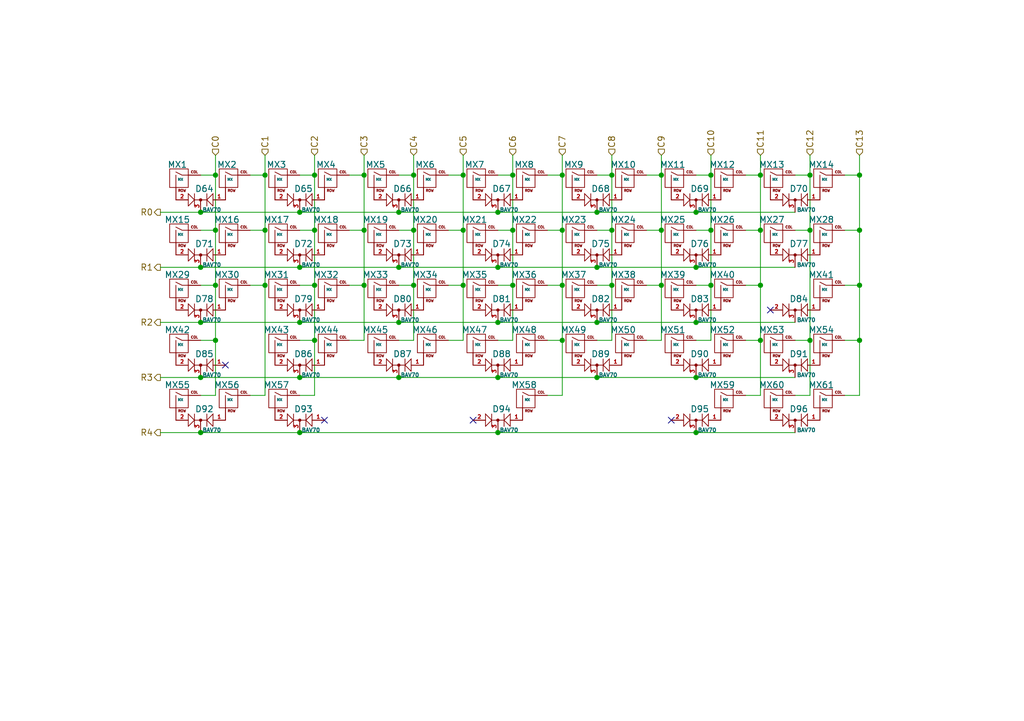
<source format=kicad_sch>
(kicad_sch (version 20211123) (generator eeschema)
  (paper "A5")
  (title_block (title "Switch Matrix") (date "2021-09-10") (rev "1.0") (company "0xCB") (comment 1 "Conor Burns"))
  (lib_symbols
    (symbol "0xCB:BAV70" (pin_names (offset 0.762) hide)
      (property "Reference" "D" (at 0.635 -2.54 0))
      (property "Value" "BAV70" (at 0 2.54 0))
      (symbol "BAV70_0_1"
        (polyline (pts (xy -1.27 1.27) (xy -1.27 -1.27)))
        (polyline (pts (xy 1.27 0) (xy -1.27 0)))
        (polyline (pts (xy 1.27 1.27) (xy 1.27 -1.27)))
        (polyline (pts (xy -2.54 1.27) (xy -2.54 -1.27) (xy -1.27 0) (xy -2.54 1.27)))
        (polyline (pts (xy 2.54 1.27) (xy 2.54 -1.27) (xy 1.27 0) (xy 2.54 1.27)))
        (circle (center 0 0) (radius 0.254) (fill (type outline)))
      )
      (symbol "BAV70_1_1"
        (pin input line (at -5.08 0 0) (length 2.54) (name "A1") (number "1"))
        (pin input line (at 5.08 0 180) (length 2.54) (name "A2") (number "2"))
        (pin passive line (at 0 -2.54 90) (length 2.54) (name "K") (number "3"))
      )
    )
    (symbol "0xCB:MX" (pin_names (offset 1.016))
      (property "Reference" "MX" (at -0.635 1.905 0))
      (property "Value" "MX" (at 0.635 0.635 0))
      (symbol "MX_1_0"
        (text "COL" (at 2.54 0.635 0) (effects (font (size 0.508 0.508))))
      )
      (symbol "MX_1_1"
        (polyline (pts (xy -1.27 -2.54) (xy -1.27 0)))
        (polyline (pts (xy 1.27 0) (xy 0 0) (xy -1.27 0.635)))
        (polyline (pts (xy -2.54 1.27) (xy 1.27 1.27) (xy 1.27 -2.54) (xy -2.54 -2.54) (xy -2.54 1.27)))
        (text "ROW" (at 0 -3.175 0) (effects (font (size 0.508 0.508))))
        (pin passive line (at 3.81 0 180) (length 2.54) (name "COL") (number "1"))
        (pin passive line (at -1.27 -5.08 90) (length 2.54) (name "ROW") (number "2"))
      )
    )
  )
  (junction (at 64.516 47.244))
  (junction (at 102.108 43.561))
  (junction (at 166.116 35.941))
  (junction (at 61.468 77.47))
  (junction (at 61.468 43.561))
  (junction (at 81.788 54.864))
  (junction (at 44.196 58.547))
  (junction (at 61.468 66.167))
  (junction (at 155.956 69.85))
  (junction (at 94.996 35.941))
  (junction (at 81.788 77.47))
  (junction (at 41.148 77.47))
  (junction (at 142.748 88.773))
  (junction (at 102.108 77.47))
  (junction (at 105.156 58.547))
  (junction (at 115.316 69.85))
  (junction (at 125.476 47.244))
  (junction (at 84.836 47.244))
  (junction (at 41.148 43.561))
  (junction (at 81.788 43.561))
  (junction (at 61.468 88.773))
  (junction (at 44.196 35.941))
  (junction (at 41.148 88.773))
  (junction (at 115.316 58.547))
  (junction (at 122.428 77.47))
  (junction (at 61.468 54.864))
  (junction (at 54.356 35.941))
  (junction (at 41.148 66.167))
  (junction (at 125.476 58.547))
  (junction (at 64.516 35.941))
  (junction (at 122.428 66.167))
  (junction (at 84.836 35.941))
  (junction (at 54.356 58.547))
  (junction (at 142.748 54.864))
  (junction (at 155.956 35.941))
  (junction (at 44.196 69.85))
  (junction (at 122.428 43.561))
  (junction (at 176.276 47.244))
  (junction (at 74.676 47.244))
  (junction (at 135.636 47.244))
  (junction (at 105.156 47.244))
  (junction (at 125.476 35.941))
  (junction (at 145.796 47.244))
  (junction (at 135.636 35.941))
  (junction (at 81.788 66.167))
  (junction (at 145.796 35.941))
  (junction (at 142.748 77.47))
  (junction (at 142.748 66.167))
  (junction (at 64.516 69.85))
  (junction (at 102.108 54.864))
  (junction (at 102.108 66.167))
  (junction (at 94.996 47.244))
  (junction (at 84.836 58.547))
  (junction (at 102.108 88.773))
  (junction (at 176.276 58.547))
  (junction (at 122.428 54.864))
  (junction (at 74.676 35.941))
  (junction (at 176.276 69.85))
  (junction (at 54.356 47.244))
  (junction (at 44.196 47.244))
  (junction (at 94.996 58.547))
  (junction (at 135.636 58.547))
  (junction (at 64.516 58.547))
  (junction (at 145.796 58.547))
  (junction (at 115.316 47.244))
  (junction (at 105.156 35.941))
  (junction (at 155.956 58.547))
  (junction (at 142.748 43.561))
  (junction (at 176.276 35.941))
  (junction (at 115.316 35.941))
  (junction (at 166.116 69.85))
  (junction (at 155.956 47.244))
  (junction (at 74.676 58.547))
  (junction (at 166.116 47.244))
  (junction (at 41.148 54.864))
  (no_connect (at 97.028 86.233))
  (no_connect (at 46.228 74.93))
  (no_connect (at 66.548 86.233))
  (no_connect (at 137.668 86.233))
  (no_connect (at 157.988 63.627))
  (wire (pts (xy 115.316 58.547) (xy 115.316 47.244)))
  (wire (pts (xy 176.276 58.547) (xy 173.228 58.547)))
  (wire (pts (xy 94.996 58.547) (xy 94.996 47.244)))
  (wire (pts (xy 132.588 47.244) (xy 135.636 47.244)))
  (wire (pts (xy 152.908 69.85) (xy 155.956 69.85)))
  (wire (pts (xy 105.156 31.877) (xy 105.156 35.941)))
  (wire (pts (xy 74.676 47.244) (xy 74.676 35.941)))
  (wire (pts (xy 64.516 58.547) (xy 64.516 47.244)))
  (wire (pts (xy 152.908 47.244) (xy 155.956 47.244)))
  (wire (pts (xy 81.788 47.244) (xy 84.836 47.244)))
  (wire (pts (xy 74.676 31.877) (xy 74.676 35.941)))
  (wire (pts (xy 81.788 69.85) (xy 84.836 69.85)))
  (wire (pts (xy 81.788 77.47) (xy 61.468 77.47)))
  (wire (pts (xy 94.996 31.877) (xy 94.996 35.941)))
  (wire (pts (xy 61.468 66.167) (xy 81.788 66.167)))
  (wire (pts (xy 94.996 47.244) (xy 94.996 35.941)))
  (wire (pts (xy 122.428 77.47) (xy 102.108 77.47)))
  (wire (pts (xy 74.676 69.85) (xy 74.676 58.547)))
  (wire (pts (xy 54.356 58.547) (xy 54.356 81.153)))
  (wire (pts (xy 105.156 47.244) (xy 105.156 35.941)))
  (wire (pts (xy 51.308 47.244) (xy 54.356 47.244)))
  (wire (pts (xy 105.156 35.941) (xy 102.108 35.941)))
  (wire (pts (xy 145.796 58.547) (xy 142.748 58.547)))
  (wire (pts (xy 44.196 81.153) (xy 41.148 81.153)))
  (wire (pts (xy 102.108 77.47) (xy 81.788 77.47)))
  (wire (pts (xy 64.516 35.941) (xy 61.468 35.941)))
  (wire (pts (xy 176.276 81.153) (xy 173.228 81.153)))
  (wire (pts (xy 132.588 69.85) (xy 135.636 69.85)))
  (wire (pts (xy 74.676 58.547) (xy 74.676 47.244)))
  (wire (pts (xy 64.516 69.85) (xy 64.516 58.547)))
  (wire (pts (xy 125.476 58.547) (xy 122.428 58.547)))
  (wire (pts (xy 145.796 35.941) (xy 142.748 35.941)))
  (wire (pts (xy 176.276 31.877) (xy 176.276 35.941)))
  (wire (pts (xy 44.196 81.153) (xy 44.196 69.85)))
  (wire (pts (xy 145.796 31.877) (xy 145.796 35.941)))
  (wire (pts (xy 125.476 35.941) (xy 122.428 35.941)))
  (wire (pts (xy 176.276 35.941) (xy 173.228 35.941)))
  (wire (pts (xy 166.116 47.244) (xy 166.116 35.941)))
  (wire (pts (xy 173.228 69.85) (xy 176.276 69.85)))
  (wire (pts (xy 32.893 43.561) (xy 41.148 43.561)))
  (wire (pts (xy 41.148 43.561) (xy 61.468 43.561)))
  (wire (pts (xy 61.468 43.561) (xy 81.788 43.561)))
  (wire (pts (xy 81.788 43.561) (xy 102.108 43.561)))
  (wire (pts (xy 102.108 43.561) (xy 122.428 43.561)))
  (wire (pts (xy 122.428 43.561) (xy 142.748 43.561)))
  (wire (pts (xy 142.748 43.561) (xy 163.068 43.561)))
  (wire (pts (xy 41.148 47.244) (xy 44.196 47.244)))
  (wire (pts (xy 44.196 35.941) (xy 41.148 35.941)))
  (wire (pts (xy 44.196 47.244) (xy 44.196 35.941)))
  (wire (pts (xy 54.356 31.877) (xy 54.356 35.941)))
  (wire (pts (xy 64.516 58.547) (xy 61.468 58.547)))
  (wire (pts (xy 41.148 69.85) (xy 44.196 69.85)))
  (wire (pts (xy 155.956 69.85) (xy 155.956 58.547)))
  (wire (pts (xy 71.628 47.244) (xy 74.676 47.244)))
  (wire (pts (xy 145.796 58.547) (xy 145.796 47.244)))
  (wire (pts (xy 155.956 58.547) (xy 155.956 47.244)))
  (wire (pts (xy 105.156 58.547) (xy 102.108 58.547)))
  (wire (pts (xy 54.356 35.941) (xy 51.308 35.941)))
  (wire (pts (xy 54.356 47.244) (xy 54.356 35.941)))
  (wire (pts (xy 166.116 47.244) (xy 166.116 69.85)))
  (wire (pts (xy 176.276 69.85) (xy 176.276 58.547)))
  (wire (pts (xy 115.316 81.153) (xy 115.316 69.85)))
  (wire (pts (xy 176.276 81.153) (xy 176.276 69.85)))
  (wire (pts (xy 135.636 35.941) (xy 132.588 35.941)))
  (wire (pts (xy 155.956 81.153) (xy 155.956 69.85)))
  (wire (pts (xy 125.476 58.547) (xy 125.476 47.244)))
  (wire (pts (xy 142.748 77.47) (xy 122.428 77.47)))
  (wire (pts (xy 135.636 31.877) (xy 135.636 35.941)))
  (wire (pts (xy 155.956 35.941) (xy 152.908 35.941)))
  (wire (pts (xy 84.836 35.941) (xy 81.788 35.941)))
  (wire (pts (xy 163.068 69.85) (xy 166.116 69.85)))
  (wire (pts (xy 145.796 69.85) (xy 145.796 58.547)))
  (wire (pts (xy 115.316 69.85) (xy 115.316 58.547)))
  (wire (pts (xy 166.116 81.153) (xy 163.068 81.153)))
  (wire (pts (xy 44.196 69.85) (xy 44.196 58.547)))
  (wire (pts (xy 105.156 69.85) (xy 105.156 58.547)))
  (wire (pts (xy 84.836 31.877) (xy 84.836 35.941)))
  (wire (pts (xy 155.956 31.877) (xy 155.956 35.941)))
  (wire (pts (xy 61.468 69.85) (xy 64.516 69.85)))
  (wire (pts (xy 115.316 81.153) (xy 112.268 81.153)))
  (wire (pts (xy 176.276 58.547) (xy 176.276 47.244)))
  (wire (pts (xy 142.748 66.167) (xy 163.068 66.167)))
  (wire (pts (xy 112.268 47.244) (xy 115.316 47.244)))
  (wire (pts (xy 44.196 58.547) (xy 41.148 58.547)))
  (wire (pts (xy 84.836 58.547) (xy 84.836 47.244)))
  (wire (pts (xy 173.228 47.244) (xy 176.276 47.244)))
  (wire (pts (xy 166.116 35.941) (xy 163.068 35.941)))
  (wire (pts (xy 115.316 58.547) (xy 112.268 58.547)))
  (wire (pts (xy 125.476 69.85) (xy 125.476 58.547)))
  (wire (pts (xy 54.356 81.153) (xy 51.308 81.153)))
  (wire (pts (xy 155.956 81.153) (xy 152.908 81.153)))
  (wire (pts (xy 155.956 47.244) (xy 155.956 35.941)))
  (wire (pts (xy 54.356 58.547) (xy 51.308 58.547)))
  (wire (pts (xy 115.316 35.941) (xy 112.268 35.941)))
  (wire (pts (xy 32.893 66.167) (xy 41.148 66.167)))
  (wire (pts (xy 115.316 31.877) (xy 115.316 35.941)))
  (wire (pts (xy 41.148 88.773) (xy 61.468 88.773)))
  (wire (pts (xy 61.468 88.773) (xy 102.108 88.773)))
  (wire (pts (xy 102.108 88.773) (xy 142.748 88.773)))
  (wire (pts (xy 142.748 88.773) (xy 163.068 88.773)))
  (wire (pts (xy 94.996 69.85) (xy 94.996 58.547)))
  (wire (pts (xy 84.836 69.85) (xy 84.836 58.547)))
  (wire (pts (xy 64.516 47.244) (xy 64.516 35.941)))
  (wire (pts (xy 102.108 69.85) (xy 105.156 69.85)))
  (wire (pts (xy 64.516 81.153) (xy 64.516 69.85)))
  (wire (pts (xy 74.676 58.547) (xy 71.628 58.547)))
  (wire (pts (xy 54.356 58.547) (xy 54.356 47.244)))
  (wire (pts (xy 122.428 47.244) (xy 125.476 47.244)))
  (wire (pts (xy 135.636 58.547) (xy 132.588 58.547)))
  (wire (pts (xy 61.468 47.244) (xy 64.516 47.244)))
  (wire (pts (xy 74.676 35.941) (xy 71.628 35.941)))
  (wire (pts (xy 81.788 66.167) (xy 102.108 66.167)))
  (wire (pts (xy 32.893 88.773) (xy 41.148 88.773)))
  (wire (pts (xy 176.276 47.244) (xy 176.276 35.941)))
  (wire (pts (xy 41.148 66.167) (xy 61.468 66.167)))
  (wire (pts (xy 41.148 54.864) (xy 32.893 54.864)))
  (wire (pts (xy 61.468 54.864) (xy 41.148 54.864)))
  (wire (pts (xy 81.788 54.864) (xy 61.468 54.864)))
  (wire (pts (xy 102.108 54.864) (xy 81.788 54.864)))
  (wire (pts (xy 122.428 54.864) (xy 102.108 54.864)))
  (wire (pts (xy 142.748 54.864) (xy 122.428 54.864)))
  (wire (pts (xy 163.068 54.864) (xy 142.748 54.864)))
  (wire (pts (xy 166.116 31.877) (xy 166.116 35.941)))
  (wire (pts (xy 64.516 31.877) (xy 64.516 35.941)))
  (wire (pts (xy 41.148 77.47) (xy 32.893 77.47)))
  (wire (pts (xy 112.268 69.85) (xy 115.316 69.85)))
  (wire (pts (xy 125.476 47.244) (xy 125.476 35.941)))
  (wire (pts (xy 102.108 66.167) (xy 122.428 66.167)))
  (wire (pts (xy 122.428 66.167) (xy 142.748 66.167)))
  (wire (pts (xy 91.948 69.85) (xy 94.996 69.85)))
  (wire (pts (xy 125.476 31.877) (xy 125.476 35.941)))
  (wire (pts (xy 84.836 47.244) (xy 84.836 35.941)))
  (wire (pts (xy 64.516 81.153) (xy 61.468 81.153)))
  (wire (pts (xy 142.748 69.85) (xy 145.796 69.85)))
  (wire (pts (xy 135.636 47.244) (xy 135.636 35.941)))
  (wire (pts (xy 135.636 58.547) (xy 135.636 47.244)))
  (wire (pts (xy 122.428 69.85) (xy 125.476 69.85)))
  (wire (pts (xy 166.116 81.153) (xy 166.116 69.85)))
  (wire (pts (xy 135.636 69.85) (xy 135.636 58.547)))
  (wire (pts (xy 44.196 31.877) (xy 44.196 35.941)))
  (wire (pts (xy 71.628 69.85) (xy 74.676 69.85)))
  (wire (pts (xy 102.108 47.244) (xy 105.156 47.244)))
  (wire (pts (xy 44.196 58.547) (xy 44.196 47.244)))
  (wire (pts (xy 105.156 58.547) (xy 105.156 47.244)))
  (wire (pts (xy 91.948 47.244) (xy 94.996 47.244)))
  (wire (pts (xy 94.996 58.547) (xy 91.948 58.547)))
  (wire (pts (xy 84.836 58.547) (xy 81.788 58.547)))
  (wire (pts (xy 155.956 58.547) (xy 152.908 58.547)))
  (wire (pts (xy 163.068 77.47) (xy 142.748 77.47)))
  (wire (pts (xy 115.316 47.244) (xy 115.316 35.941)))
  (wire (pts (xy 61.468 77.47) (xy 41.148 77.47)))
  (wire (pts (xy 163.068 47.244) (xy 166.116 47.244)))
  (wire (pts (xy 142.748 47.244) (xy 145.796 47.244)))
  (wire (pts (xy 94.996 35.941) (xy 91.948 35.941)))
  (wire (pts (xy 145.796 47.244) (xy 145.796 35.941)))
  (hierarchical_label "C11" (shape input) (at 155.956 31.877 90))
  (hierarchical_label "C5" (shape input) (at 94.996 31.877 90))
  (hierarchical_label "R4" (shape output) (at 32.893 88.773 180))
  (hierarchical_label "C13" (shape input) (at 176.276 31.877 90))
  (hierarchical_label "C8" (shape input) (at 125.476 31.877 90))
  (hierarchical_label "C10" (shape input) (at 145.796 31.877 90))
  (hierarchical_label "R1" (shape output) (at 32.893 54.864 180))
  (hierarchical_label "C0" (shape input) (at 44.196 31.877 90))
  (hierarchical_label "C12" (shape input) (at 166.116 31.877 90))
  (hierarchical_label "R0" (shape output) (at 32.893 43.561 180))
  (hierarchical_label "R2" (shape output) (at 32.893 66.167 180))
  (hierarchical_label "C1" (shape input) (at 54.356 31.877 90))
  (hierarchical_label "C7" (shape input) (at 115.316 31.877 90))
  (hierarchical_label "R3" (shape output) (at 32.893 77.47 180))
  (hierarchical_label "C4" (shape input) (at 84.836 31.877 90))
  (hierarchical_label "C3" (shape input) (at 74.676 31.877 90))
  (hierarchical_label "C6" (shape input) (at 105.156 31.877 90))
  (hierarchical_label "C2" (shape input) (at 64.516 31.877 90))
  (hierarchical_label "C9" (shape input) (at 135.636 31.877 90))
  (symbol (lib_id "0xCB:BAV70") (at 163.068 41.021 0) (mirror y) (unit 1)
    (property "Reference" "D70" (at 163.83 38.735 0))
    (property "Value" "BAV70" (at 165.354 43.053 0) (effects (font (size 0.8 0.8))))
    (property "Footprint" "Package_TO_SOT_SMD:SOT-23" (effects hide))
    (property "Datasheet" "https://assets.nexperia.com/documents/data-sheet/BAV70_SER.pdf" (effects hide))
  )
  (symbol (lib_id "0xCB:BAV70") (at 81.788 74.93 0) (mirror y) (unit 1)
    (property "Reference" "D87" (at 82.55 72.644 0))
    (property "Value" "BAV70" (at 84.074 76.962 0) (effects (font (size 0.8 0.8))))
    (property "Footprint" "Package_TO_SOT_SMD:SOT-23" (effects hide))
    (property "Datasheet" "https://assets.nexperia.com/documents/data-sheet/BAV70_SER.pdf" (effects hide))
  )
  (symbol (lib_id "0xCB:MX") (at 37.338 47.244 0) (unit 1)
    (property "Reference" "MX15" (at 36.3855 45.085 0))
    (property "Value" "MX" (at 37.0205 48.133 0) (effects (font (size 0.508 0.508))))
    (property "Footprint" "0xCB:SW_Hotswap_Kailh_1.50u" (effects hide))
  )
  (symbol (lib_id "0xCB:MX") (at 37.338 69.85 0) (unit 1)
    (property "Reference" "MX42" (at 36.3855 67.691 0))
    (property "Value" "MX" (at 37.0205 70.739 0) (effects (font (size 0.508 0.508))))
    (property "Footprint" "0xCB:SW_Hotswap_Kailh_2.25u" (effects hide))
  )
  (symbol (lib_id "0xCB:BAV70") (at 41.148 74.93 0) (mirror y) (unit 1)
    (property "Reference" "D85" (at 41.91 72.644 0))
    (property "Value" "BAV70" (at 43.434 76.962 0) (effects (font (size 0.8 0.8))))
    (property "Footprint" "Package_TO_SOT_SMD:SOT-23" (effects hide))
    (property "Datasheet" "https://assets.nexperia.com/documents/data-sheet/BAV70_SER.pdf" (effects hide))
  )
  (symbol (lib_id "0xCB:BAV70") (at 102.108 63.627 0) (mirror y) (unit 1)
    (property "Reference" "D81" (at 102.87 61.341 0))
    (property "Value" "BAV70" (at 104.394 65.659 0) (effects (font (size 0.8 0.8))))
    (property "Footprint" "Package_TO_SOT_SMD:SOT-23" (effects hide))
    (property "Datasheet" "https://assets.nexperia.com/documents/data-sheet/BAV70_SER.pdf" (effects hide))
  )
  (symbol (lib_id "0xCB:BAV70") (at 163.068 74.93 0) (mirror y) (unit 1)
    (property "Reference" "D91" (at 163.83 72.644 0))
    (property "Value" "BAV70" (at 165.354 76.962 0) (effects (font (size 0.8 0.8))))
    (property "Footprint" "Package_TO_SOT_SMD:SOT-23" (effects hide))
    (property "Datasheet" "https://assets.nexperia.com/documents/data-sheet/BAV70_SER.pdf" (effects hide))
  )
  (symbol (lib_id "0xCB:MX") (at 57.658 69.85 0) (unit 1)
    (property "Reference" "MX43" (at 56.7055 67.691 0))
    (property "Value" "MX" (at 57.3405 70.739 0) (effects (font (size 0.508 0.508))))
    (property "Footprint" "0xCB:SW_Hotswap_Kailh_1.00u" (effects hide))
  )
  (symbol (lib_id "0xCB:MX") (at 138.938 58.547 0) (unit 1)
    (property "Reference" "MX39" (at 137.9855 56.388 0))
    (property "Value" "MX" (at 138.6205 59.436 0) (effects (font (size 0.508 0.508))))
    (property "Footprint" "0xCB:SW_Hotswap_Kailh_1.00u" (effects hide))
  )
  (symbol (lib_id "0xCB:MX") (at 169.418 69.85 0) (unit 1)
    (property "Reference" "MX54" (at 168.4655 67.691 0))
    (property "Value" "MX" (at 169.1005 70.739 0) (effects (font (size 0.508 0.508))))
    (property "Footprint" "0xCB:SW_Hotswap_Kailh_1.00u" (effects hide))
  )
  (symbol (lib_id "0xCB:MX") (at 57.658 81.153 0) (unit 1)
    (property "Reference" "MX57" (at 56.7055 78.994 0))
    (property "Value" "MX" (at 57.3405 82.042 0) (effects (font (size 0.508 0.508))))
    (property "Footprint" "0xCB:SW_Hotswap_Kailh_1.50u" (effects hide))
  )
  (symbol (lib_id "0xCB:MX") (at 47.498 81.153 0) (unit 1)
    (property "Reference" "MX56" (at 46.5455 78.994 0))
    (property "Value" "MX" (at 47.1805 82.042 0) (effects (font (size 0.508 0.508))))
    (property "Footprint" "0xCB:SW_Hotswap_Kailh_1.00u" (effects hide))
  )
  (symbol (lib_id "0xCB:MX") (at 128.778 58.547 0) (unit 1)
    (property "Reference" "MX38" (at 127.8255 56.388 0))
    (property "Value" "MX" (at 128.4605 59.436 0) (effects (font (size 0.508 0.508))))
    (property "Footprint" "0xCB:SW_Hotswap_Kailh_1.00u" (effects hide))
  )
  (symbol (lib_id "0xCB:MX") (at 67.818 69.85 0) (unit 1)
    (property "Reference" "MX44" (at 66.8655 67.691 0))
    (property "Value" "MX" (at 67.5005 70.739 0) (effects (font (size 0.508 0.508))))
    (property "Footprint" "0xCB:SW_Hotswap_Kailh_1.00u" (effects hide))
  )
  (symbol (lib_id "0xCB:MX") (at 108.458 35.941 0) (unit 1)
    (property "Reference" "MX8" (at 107.5055 33.782 0))
    (property "Value" "MX" (at 108.1405 36.83 0) (effects (font (size 0.508 0.508))))
    (property "Footprint" "0xCB:SW_Hotswap_Kailh_1.00u" (effects hide))
  )
  (symbol (lib_id "0xCB:BAV70") (at 61.468 86.233 0) (mirror y) (unit 1)
    (property "Reference" "D93" (at 62.23 83.947 0))
    (property "Value" "BAV70" (at 63.754 88.265 0) (effects (font (size 0.8 0.8))))
    (property "Footprint" "Package_TO_SOT_SMD:SOT-23" (effects hide))
    (property "Datasheet" "https://assets.nexperia.com/documents/data-sheet/BAV70_SER.pdf" (effects hide))
  )
  (symbol (lib_id "0xCB:MX") (at 57.658 35.941 0) (unit 1)
    (property "Reference" "MX3" (at 56.7055 33.782 0))
    (property "Value" "MX" (at 57.3405 36.83 0) (effects (font (size 0.508 0.508))))
    (property "Footprint" "0xCB:SW_Hotswap_Kailh_1.00u" (effects hide))
  )
  (symbol (lib_id "0xCB:BAV70") (at 41.148 52.324 0) (mirror y) (unit 1)
    (property "Reference" "D71" (at 41.91 50.038 0))
    (property "Value" "BAV70" (at 43.434 54.356 0) (effects (font (size 0.8 0.8))))
    (property "Footprint" "Package_TO_SOT_SMD:SOT-23" (effects hide))
    (property "Datasheet" "https://assets.nexperia.com/documents/data-sheet/BAV70_SER.pdf" (effects hide))
  )
  (symbol (lib_id "0xCB:MX") (at 67.818 58.547 0) (unit 1)
    (property "Reference" "MX32" (at 66.8655 56.388 0))
    (property "Value" "MX" (at 67.5005 59.436 0) (effects (font (size 0.508 0.508))))
    (property "Footprint" "0xCB:SW_Hotswap_Kailh_1.00u" (effects hide))
  )
  (symbol (lib_id "0xCB:MX") (at 98.298 35.941 0) (unit 1)
    (property "Reference" "MX7" (at 97.3455 33.782 0))
    (property "Value" "MX" (at 97.9805 36.83 0) (effects (font (size 0.508 0.508))))
    (property "Footprint" "0xCB:SW_Hotswap_Kailh_1.00u" (effects hide))
  )
  (symbol (lib_id "0xCB:BAV70") (at 163.068 86.233 0) (mirror y) (unit 1)
    (property "Reference" "D96" (at 163.83 83.947 0))
    (property "Value" "BAV70" (at 165.354 88.265 0) (effects (font (size 0.8 0.8))))
    (property "Footprint" "Package_TO_SOT_SMD:SOT-23" (effects hide))
    (property "Datasheet" "https://assets.nexperia.com/documents/data-sheet/BAV70_SER.pdf" (effects hide))
  )
  (symbol (lib_id "0xCB:MX") (at 128.778 69.85 0) (unit 1)
    (property "Reference" "MX50" (at 127.8255 67.691 0))
    (property "Value" "MX" (at 128.4605 70.739 0) (effects (font (size 0.508 0.508))))
    (property "Footprint" "0xCB:SW_Hotswap_Kailh_1.00u" (effects hide))
  )
  (symbol (lib_id "0xCB:BAV70") (at 163.068 63.627 0) (mirror y) (unit 1)
    (property "Reference" "D84" (at 163.83 61.341 0))
    (property "Value" "BAV70" (at 165.354 65.659 0) (effects (font (size 0.8 0.8))))
    (property "Footprint" "Package_TO_SOT_SMD:SOT-23" (effects hide))
    (property "Datasheet" "https://assets.nexperia.com/documents/data-sheet/BAV70_SER.pdf" (effects hide))
  )
  (symbol (lib_id "0xCB:MX") (at 77.978 47.244 0) (unit 1)
    (property "Reference" "MX19" (at 77.0255 45.085 0))
    (property "Value" "MX" (at 77.6605 48.133 0) (effects (font (size 0.508 0.508))))
    (property "Footprint" "0xCB:SW_Hotswap_Kailh_1.00u" (effects hide))
  )
  (symbol (lib_id "0xCB:BAV70") (at 142.748 63.627 0) (mirror y) (unit 1)
    (property "Reference" "D83" (at 143.51 61.341 0))
    (property "Value" "BAV70" (at 145.034 65.659 0) (effects (font (size 0.8 0.8))))
    (property "Footprint" "Package_TO_SOT_SMD:SOT-23" (effects hide))
    (property "Datasheet" "https://assets.nexperia.com/documents/data-sheet/BAV70_SER.pdf" (effects hide))
  )
  (symbol (lib_id "0xCB:BAV70") (at 102.108 86.233 0) (mirror y) (unit 1)
    (property "Reference" "D94" (at 102.87 83.947 0))
    (property "Value" "BAV70" (at 104.394 88.265 0) (effects (font (size 0.8 0.8))))
    (property "Footprint" "Package_TO_SOT_SMD:SOT-23" (effects hide))
    (property "Datasheet" "https://assets.nexperia.com/documents/data-sheet/BAV70_SER.pdf" (effects hide))
  )
  (symbol (lib_id "0xCB:MX") (at 37.338 35.941 0) (unit 1)
    (property "Reference" "MX1" (at 36.3855 33.782 0))
    (property "Value" "MX" (at 37.0205 36.83 0) (effects (font (size 0.508 0.508))))
    (property "Footprint" "0xCB:SW_Hotswap_Kailh_1.00u" (effects hide))
  )
  (symbol (lib_id "0xCB:MX") (at 159.258 35.941 0) (unit 1)
    (property "Reference" "MX13" (at 158.3055 33.782 0))
    (property "Value" "MX" (at 158.9405 36.83 0) (effects (font (size 0.508 0.508))))
    (property "Footprint" "0xCB:SW_Hotswap_Kailh_1.00u" (effects hide))
  )
  (symbol (lib_id "0xCB:BAV70") (at 122.428 74.93 0) (mirror y) (unit 1)
    (property "Reference" "D89" (at 123.19 72.644 0))
    (property "Value" "BAV70" (at 124.714 76.962 0) (effects (font (size 0.8 0.8))))
    (property "Footprint" "Package_TO_SOT_SMD:SOT-23" (effects hide))
    (property "Datasheet" "https://assets.nexperia.com/documents/data-sheet/BAV70_SER.pdf" (effects hide))
  )
  (symbol (lib_id "0xCB:MX") (at 118.618 47.244 0) (unit 1)
    (property "Reference" "MX23" (at 117.6655 45.085 0))
    (property "Value" "MX" (at 118.3005 48.133 0) (effects (font (size 0.508 0.508))))
    (property "Footprint" "0xCB:SW_Hotswap_Kailh_1.00u" (effects hide))
  )
  (symbol (lib_id "0xCB:MX") (at 149.098 58.547 0) (unit 1)
    (property "Reference" "MX40" (at 148.1455 56.388 0))
    (property "Value" "MX" (at 148.7805 59.436 0) (effects (font (size 0.508 0.508))))
    (property "Footprint" "0xCB:SW_Hotswap_Kailh_1.00u" (effects hide))
  )
  (symbol (lib_id "0xCB:MX") (at 108.458 69.85 0) (unit 1)
    (property "Reference" "MX48" (at 107.5055 67.691 0))
    (property "Value" "MX" (at 108.1405 70.739 0) (effects (font (size 0.508 0.508))))
    (property "Footprint" "0xCB:SW_Hotswap_Kailh_1.00u" (effects hide))
  )
  (symbol (lib_id "0xCB:MX") (at 118.618 35.941 0) (unit 1)
    (property "Reference" "MX9" (at 117.6655 33.782 0))
    (property "Value" "MX" (at 118.3005 36.83 0) (effects (font (size 0.508 0.508))))
    (property "Footprint" "0xCB:SW_Hotswap_Kailh_1.00u" (effects hide))
  )
  (symbol (lib_id "0xCB:MX") (at 169.418 81.153 0) (unit 1)
    (property "Reference" "MX61" (at 168.4655 78.994 0))
    (property "Value" "MX" (at 169.1005 82.042 0) (effects (font (size 0.508 0.508))))
    (property "Footprint" "0xCB:SW_Hotswap_Kailh_1.50u" (effects hide))
  )
  (symbol (lib_id "0xCB:MX") (at 98.298 58.547 0) (unit 1)
    (property "Reference" "MX35" (at 97.3455 56.388 0))
    (property "Value" "MX" (at 97.9805 59.436 0) (effects (font (size 0.508 0.508))))
    (property "Footprint" "0xCB:SW_Hotswap_Kailh_1.00u" (effects hide))
  )
  (symbol (lib_id "0xCB:MX") (at 77.978 58.547 0) (unit 1)
    (property "Reference" "MX33" (at 77.0255 56.388 0))
    (property "Value" "MX" (at 77.6605 59.436 0) (effects (font (size 0.508 0.508))))
    (property "Footprint" "0xCB:SW_Hotswap_Kailh_1.00u" (effects hide))
  )
  (symbol (lib_id "0xCB:MX") (at 108.458 81.153 0) (unit 1)
    (property "Reference" "MX58" (at 107.5055 78.994 0))
    (property "Value" "MX" (at 108.1405 82.042 0) (effects (font (size 0.508 0.508))))
    (property "Footprint" "0xCB:SW_Hotswap_Kailh_7.00u" (effects hide))
  )
  (symbol (lib_id "0xCB:MX") (at 98.298 47.244 0) (unit 1)
    (property "Reference" "MX21" (at 97.3455 45.085 0))
    (property "Value" "MX" (at 97.9805 48.133 0) (effects (font (size 0.508 0.508))))
    (property "Footprint" "0xCB:SW_Hotswap_Kailh_1.00u" (effects hide))
  )
  (symbol (lib_id "0xCB:MX") (at 169.418 58.547 0) (unit 1)
    (property "Reference" "MX41" (at 168.4655 56.388 0))
    (property "Value" "MX" (at 169.1005 59.436 0) (effects (font (size 0.508 0.508))))
    (property "Footprint" "0xCB:SW_Hotswap_Kailh_2.25u" (effects hide))
  )
  (symbol (lib_id "0xCB:MX") (at 169.418 35.941 0) (unit 1)
    (property "Reference" "MX14" (at 168.4655 33.782 0))
    (property "Value" "MX" (at 169.1005 36.83 0) (effects (font (size 0.508 0.508))))
    (property "Footprint" "0xCB:SW_Hotswap_Kailh_2.00u" (effects hide))
  )
  (symbol (lib_id "0xCB:BAV70") (at 61.468 41.021 0) (mirror y) (unit 1)
    (property "Reference" "D65" (at 62.23 38.735 0))
    (property "Value" "BAV70" (at 63.754 43.053 0) (effects (font (size 0.8 0.8))))
    (property "Footprint" "Package_TO_SOT_SMD:SOT-23" (effects hide))
    (property "Datasheet" "https://assets.nexperia.com/documents/data-sheet/BAV70_SER.pdf" (effects hide))
  )
  (symbol (lib_id "0xCB:BAV70") (at 142.748 86.233 0) (mirror y) (unit 1)
    (property "Reference" "D95" (at 143.51 83.947 0))
    (property "Value" "BAV70" (at 145.034 88.265 0) (effects (font (size 0.8 0.8))))
    (property "Footprint" "Package_TO_SOT_SMD:SOT-23" (effects hide))
    (property "Datasheet" "https://assets.nexperia.com/documents/data-sheet/BAV70_SER.pdf" (effects hide))
  )
  (symbol (lib_id "0xCB:BAV70") (at 122.428 52.324 0) (mirror y) (unit 1)
    (property "Reference" "D75" (at 123.19 50.038 0))
    (property "Value" "BAV70" (at 124.714 54.356 0) (effects (font (size 0.8 0.8))))
    (property "Footprint" "Package_TO_SOT_SMD:SOT-23" (effects hide))
    (property "Datasheet" "https://assets.nexperia.com/documents/data-sheet/BAV70_SER.pdf" (effects hide))
  )
  (symbol (lib_id "0xCB:MX") (at 149.098 47.244 0) (unit 1)
    (property "Reference" "MX26" (at 148.1455 45.085 0))
    (property "Value" "MX" (at 148.7805 48.133 0) (effects (font (size 0.508 0.508))))
    (property "Footprint" "0xCB:SW_Hotswap_Kailh_1.00u" (effects hide))
  )
  (symbol (lib_id "0xCB:BAV70") (at 102.108 41.021 0) (mirror y) (unit 1)
    (property "Reference" "D67" (at 102.87 38.735 0))
    (property "Value" "BAV70" (at 104.394 43.053 0) (effects (font (size 0.8 0.8))))
    (property "Footprint" "Package_TO_SOT_SMD:SOT-23" (effects hide))
    (property "Datasheet" "https://assets.nexperia.com/documents/data-sheet/BAV70_SER.pdf" (effects hide))
  )
  (symbol (lib_id "0xCB:MX") (at 67.818 47.244 0) (unit 1)
    (property "Reference" "MX18" (at 66.8655 45.085 0))
    (property "Value" "MX" (at 67.5005 48.133 0) (effects (font (size 0.508 0.508))))
    (property "Footprint" "0xCB:SW_Hotswap_Kailh_1.00u" (effects hide))
  )
  (symbol (lib_id "0xCB:MX") (at 108.458 47.244 0) (unit 1)
    (property "Reference" "MX22" (at 107.5055 45.085 0))
    (property "Value" "MX" (at 108.1405 48.133 0) (effects (font (size 0.508 0.508))))
    (property "Footprint" "0xCB:SW_Hotswap_Kailh_1.00u" (effects hide))
  )
  (symbol (lib_id "0xCB:MX") (at 88.138 58.547 0) (unit 1)
    (property "Reference" "MX34" (at 87.1855 56.388 0))
    (property "Value" "MX" (at 87.8205 59.436 0) (effects (font (size 0.508 0.508))))
    (property "Footprint" "0xCB:SW_Hotswap_Kailh_1.00u" (effects hide))
  )
  (symbol (lib_id "0xCB:BAV70") (at 41.148 63.627 0) (mirror y) (unit 1)
    (property "Reference" "D78" (at 41.91 61.341 0))
    (property "Value" "BAV70" (at 43.434 65.659 0) (effects (font (size 0.8 0.8))))
    (property "Footprint" "Package_TO_SOT_SMD:SOT-23" (effects hide))
    (property "Datasheet" "https://assets.nexperia.com/documents/data-sheet/BAV70_SER.pdf" (effects hide))
  )
  (symbol (lib_id "0xCB:BAV70") (at 102.108 52.324 0) (mirror y) (unit 1)
    (property "Reference" "D74" (at 102.87 50.038 0))
    (property "Value" "BAV70" (at 104.394 54.356 0) (effects (font (size 0.8 0.8))))
    (property "Footprint" "Package_TO_SOT_SMD:SOT-23" (effects hide))
    (property "Datasheet" "https://assets.nexperia.com/documents/data-sheet/BAV70_SER.pdf" (effects hide))
  )
  (symbol (lib_id "0xCB:MX") (at 138.938 69.85 0) (unit 1)
    (property "Reference" "MX51" (at 137.9855 67.691 0))
    (property "Value" "MX" (at 138.6205 70.739 0) (effects (font (size 0.508 0.508))))
    (property "Footprint" "0xCB:SW_Hotswap_Kailh_1.00u" (effects hide))
  )
  (symbol (lib_id "0xCB:MX") (at 98.298 69.85 0) (unit 1)
    (property "Reference" "MX47" (at 97.3455 67.691 0))
    (property "Value" "MX" (at 97.9805 70.739 0) (effects (font (size 0.508 0.508))))
    (property "Footprint" "0xCB:SW_Hotswap_Kailh_1.00u" (effects hide))
  )
  (symbol (lib_id "0xCB:MX") (at 128.778 47.244 0) (unit 1)
    (property "Reference" "MX24" (at 127.8255 45.085 0))
    (property "Value" "MX" (at 128.4605 48.133 0) (effects (font (size 0.508 0.508))))
    (property "Footprint" "0xCB:SW_Hotswap_Kailh_1.00u" (effects hide))
  )
  (symbol (lib_id "0xCB:MX") (at 47.498 35.941 0) (unit 1)
    (property "Reference" "MX2" (at 46.5455 33.782 0))
    (property "Value" "MX" (at 47.1805 36.83 0) (effects (font (size 0.508 0.508))))
    (property "Footprint" "0xCB:SW_Hotswap_Kailh_1.00u" (effects hide))
  )
  (symbol (lib_id "0xCB:BAV70") (at 142.748 41.021 0) (mirror y) (unit 1)
    (property "Reference" "D69" (at 143.51 38.735 0))
    (property "Value" "BAV70" (at 145.034 43.053 0) (effects (font (size 0.8 0.8))))
    (property "Footprint" "Package_TO_SOT_SMD:SOT-23" (effects hide))
    (property "Datasheet" "https://assets.nexperia.com/documents/data-sheet/BAV70_SER.pdf" (effects hide))
  )
  (symbol (lib_id "0xCB:BAV70") (at 61.468 63.627 0) (mirror y) (unit 1)
    (property "Reference" "D79" (at 62.23 61.341 0))
    (property "Value" "BAV70" (at 63.754 65.659 0) (effects (font (size 0.8 0.8))))
    (property "Footprint" "Package_TO_SOT_SMD:SOT-23" (effects hide))
    (property "Datasheet" "https://assets.nexperia.com/documents/data-sheet/BAV70_SER.pdf" (effects hide))
  )
  (symbol (lib_id "0xCB:BAV70") (at 122.428 63.627 0) (mirror y) (unit 1)
    (property "Reference" "D82" (at 123.19 61.341 0))
    (property "Value" "BAV70" (at 124.714 65.659 0) (effects (font (size 0.8 0.8))))
    (property "Footprint" "Package_TO_SOT_SMD:SOT-23" (effects hide))
    (property "Datasheet" "https://assets.nexperia.com/documents/data-sheet/BAV70_SER.pdf" (effects hide))
  )
  (symbol (lib_id "0xCB:MX") (at 37.338 58.547 0) (unit 1)
    (property "Reference" "MX29" (at 36.3855 56.388 0))
    (property "Value" "MX" (at 37.0205 59.436 0) (effects (font (size 0.508 0.508))))
    (property "Footprint" "0xCB:SW_Hotswap_Kailh_1.75u" (effects hide))
  )
  (symbol (lib_id "0xCB:BAV70") (at 163.068 52.324 0) (mirror y) (unit 1)
    (property "Reference" "D77" (at 163.83 50.038 0))
    (property "Value" "BAV70" (at 165.354 54.356 0) (effects (font (size 0.8 0.8))))
    (property "Footprint" "Package_TO_SOT_SMD:SOT-23" (effects hide))
    (property "Datasheet" "https://assets.nexperia.com/documents/data-sheet/BAV70_SER.pdf" (effects hide))
  )
  (symbol (lib_id "0xCB:MX") (at 57.658 58.547 0) (unit 1)
    (property "Reference" "MX31" (at 56.7055 56.388 0))
    (property "Value" "MX" (at 57.3405 59.436 0) (effects (font (size 0.508 0.508))))
    (property "Footprint" "0xCB:SW_Hotswap_Kailh_1.00u" (effects hide))
  )
  (symbol (lib_id "0xCB:BAV70") (at 41.148 41.021 0) (mirror y) (unit 1)
    (property "Reference" "D64" (at 41.91 38.735 0))
    (property "Value" "BAV70" (at 43.434 43.053 0) (effects (font (size 0.8 0.8))))
    (property "Footprint" "Package_TO_SOT_SMD:SOT-23" (effects hide))
    (property "Datasheet" "https://assets.nexperia.com/documents/data-sheet/BAV70_SER.pdf" (effects hide))
  )
  (symbol (lib_id "0xCB:MX") (at 128.778 35.941 0) (unit 1)
    (property "Reference" "MX10" (at 127.8255 33.782 0))
    (property "Value" "MX" (at 128.4605 36.83 0) (effects (font (size 0.508 0.508))))
    (property "Footprint" "0xCB:SW_Hotswap_Kailh_1.00u" (effects hide))
  )
  (symbol (lib_id "0xCB:MX") (at 159.258 81.153 0) (unit 1)
    (property "Reference" "MX60" (at 158.3055 78.994 0))
    (property "Value" "MX" (at 158.9405 82.042 0) (effects (font (size 0.508 0.508))))
    (property "Footprint" "0xCB:SW_Hotswap_Kailh_1.00u" (effects hide))
  )
  (symbol (lib_id "0xCB:MX") (at 77.978 35.941 0) (unit 1)
    (property "Reference" "MX5" (at 77.0255 33.782 0))
    (property "Value" "MX" (at 77.6605 36.83 0) (effects (font (size 0.508 0.508))))
    (property "Footprint" "0xCB:SW_Hotswap_Kailh_1.00u" (effects hide))
  )
  (symbol (lib_id "0xCB:MX") (at 47.498 47.244 0) (unit 1)
    (property "Reference" "MX16" (at 46.5455 45.085 0))
    (property "Value" "MX" (at 47.1805 48.133 0) (effects (font (size 0.508 0.508))))
    (property "Footprint" "0xCB:SW_Hotswap_Kailh_1.00u" (effects hide))
  )
  (symbol (lib_id "0xCB:MX") (at 169.418 47.244 0) (unit 1)
    (property "Reference" "MX28" (at 168.4655 45.085 0))
    (property "Value" "MX" (at 169.1005 48.133 0) (effects (font (size 0.508 0.508))))
    (property "Footprint" "0xCB:SW_Hotswap_Kailh_1.50u" (effects hide))
  )
  (symbol (lib_id "0xCB:MX") (at 88.138 47.244 0) (unit 1)
    (property "Reference" "MX20" (at 87.1855 45.085 0))
    (property "Value" "MX" (at 87.8205 48.133 0) (effects (font (size 0.508 0.508))))
    (property "Footprint" "0xCB:SW_Hotswap_Kailh_1.00u" (effects hide))
  )
  (symbol (lib_id "0xCB:MX") (at 37.338 81.153 0) (unit 1)
    (property "Reference" "MX55" (at 36.3855 78.994 0))
    (property "Value" "MX" (at 37.0205 82.042 0) (effects (font (size 0.508 0.508))))
    (property "Footprint" "0xCB:SW_Hotswap_Kailh_1.50u" (effects hide))
  )
  (symbol (lib_id "0xCB:MX") (at 149.098 69.85 0) (unit 1)
    (property "Reference" "MX52" (at 148.1455 67.691 0))
    (property "Value" "MX" (at 148.7805 70.739 0) (effects (font (size 0.508 0.508))))
    (property "Footprint" "0xCB:SW_Hotswap_Kailh_1.00u" (effects hide))
  )
  (symbol (lib_id "0xCB:MX") (at 138.938 35.941 0) (unit 1)
    (property "Reference" "MX11" (at 137.9855 33.782 0))
    (property "Value" "MX" (at 138.6205 36.83 0) (effects (font (size 0.508 0.508))))
    (property "Footprint" "0xCB:SW_Hotswap_Kailh_1.00u" (effects hide))
  )
  (symbol (lib_id "0xCB:BAV70") (at 41.148 86.233 0) (mirror y) (unit 1)
    (property "Reference" "D92" (at 41.91 83.947 0))
    (property "Value" "BAV70" (at 43.434 88.265 0) (effects (font (size 0.8 0.8))))
    (property "Footprint" "Package_TO_SOT_SMD:SOT-23" (effects hide))
    (property "Datasheet" "https://assets.nexperia.com/documents/data-sheet/BAV70_SER.pdf" (effects hide))
  )
  (symbol (lib_id "0xCB:BAV70") (at 81.788 63.627 0) (mirror y) (unit 1)
    (property "Reference" "D80" (at 82.55 61.341 0))
    (property "Value" "BAV70" (at 84.074 65.659 0) (effects (font (size 0.8 0.8))))
    (property "Footprint" "Package_TO_SOT_SMD:SOT-23" (effects hide))
    (property "Datasheet" "https://assets.nexperia.com/documents/data-sheet/BAV70_SER.pdf" (effects hide))
  )
  (symbol (lib_id "0xCB:MX") (at 138.938 47.244 0) (unit 1)
    (property "Reference" "MX25" (at 137.9855 45.085 0))
    (property "Value" "MX" (at 138.6205 48.133 0) (effects (font (size 0.508 0.508))))
    (property "Footprint" "0xCB:SW_Hotswap_Kailh_1.00u" (effects hide))
  )
  (symbol (lib_id "0xCB:MX") (at 159.258 47.244 0) (unit 1)
    (property "Reference" "MX27" (at 158.3055 45.085 0))
    (property "Value" "MX" (at 158.9405 48.133 0) (effects (font (size 0.508 0.508))))
    (property "Footprint" "0xCB:SW_Hotswap_Kailh_1.00u" (effects hide))
  )
  (symbol (lib_id "0xCB:BAV70") (at 142.748 52.324 0) (mirror y) (unit 1)
    (property "Reference" "D76" (at 143.51 50.038 0))
    (property "Value" "BAV70" (at 145.034 54.356 0) (effects (font (size 0.8 0.8))))
    (property "Footprint" "Package_TO_SOT_SMD:SOT-23" (effects hide))
    (property "Datasheet" "https://assets.nexperia.com/documents/data-sheet/BAV70_SER.pdf" (effects hide))
  )
  (symbol (lib_id "0xCB:BAV70") (at 81.788 41.021 0) (mirror y) (unit 1)
    (property "Reference" "D66" (at 82.55 38.735 0))
    (property "Value" "BAV70" (at 84.074 43.053 0) (effects (font (size 0.8 0.8))))
    (property "Footprint" "Package_TO_SOT_SMD:SOT-23" (effects hide))
    (property "Datasheet" "https://assets.nexperia.com/documents/data-sheet/BAV70_SER.pdf" (effects hide))
  )
  (symbol (lib_id "0xCB:MX") (at 88.138 35.941 0) (unit 1)
    (property "Reference" "MX6" (at 87.1855 33.782 0))
    (property "Value" "MX" (at 87.8205 36.83 0) (effects (font (size 0.508 0.508))))
    (property "Footprint" "0xCB:SW_Hotswap_Kailh_1.00u" (effects hide))
  )
  (symbol (lib_id "0xCB:MX") (at 149.098 81.153 0) (unit 1)
    (property "Reference" "MX59" (at 148.1455 78.994 0))
    (property "Value" "MX" (at 148.7805 82.042 0) (effects (font (size 0.508 0.508))))
    (property "Footprint" "0xCB:SW_Hotswap_Kailh_1.50u" (effects hide))
  )
  (symbol (lib_id "0xCB:BAV70") (at 61.468 74.93 0) (mirror y) (unit 1)
    (property "Reference" "D86" (at 62.23 72.644 0))
    (property "Value" "BAV70" (at 63.754 76.962 0) (effects (font (size 0.8 0.8))))
    (property "Footprint" "Package_TO_SOT_SMD:SOT-23" (effects hide))
    (property "Datasheet" "https://assets.nexperia.com/documents/data-sheet/BAV70_SER.pdf" (effects hide))
  )
  (symbol (lib_id "0xCB:BAV70") (at 142.748 74.93 0) (mirror y) (unit 1)
    (property "Reference" "D90" (at 143.51 72.644 0))
    (property "Value" "BAV70" (at 145.034 76.962 0) (effects (font (size 0.8 0.8))))
    (property "Footprint" "Package_TO_SOT_SMD:SOT-23" (effects hide))
    (property "Datasheet" "https://assets.nexperia.com/documents/data-sheet/BAV70_SER.pdf" (effects hide))
  )
  (symbol (lib_id "0xCB:MX") (at 118.618 58.547 0) (unit 1)
    (property "Reference" "MX37" (at 117.6655 56.388 0))
    (property "Value" "MX" (at 118.3005 59.436 0) (effects (font (size 0.508 0.508))))
    (property "Footprint" "0xCB:SW_Hotswap_Kailh_1.00u" (effects hide))
  )
  (symbol (lib_id "0xCB:MX") (at 77.978 69.85 0) (unit 1)
    (property "Reference" "MX45" (at 77.0255 67.691 0))
    (property "Value" "MX" (at 77.6605 70.739 0) (effects (font (size 0.508 0.508))))
    (property "Footprint" "0xCB:SW_Hotswap_Kailh_1.00u" (effects hide))
  )
  (symbol (lib_id "0xCB:MX") (at 159.258 69.85 0) (unit 1)
    (property "Reference" "MX53" (at 158.3055 67.691 0))
    (property "Value" "MX" (at 158.9405 70.739 0) (effects (font (size 0.508 0.508))))
    (property "Footprint" "0xCB:SW_Hotswap_Kailh_1.75u" (effects hide))
  )
  (symbol (lib_id "0xCB:MX") (at 57.658 47.244 0) (unit 1)
    (property "Reference" "MX17" (at 56.7055 45.085 0))
    (property "Value" "MX" (at 57.3405 48.133 0) (effects (font (size 0.508 0.508))))
    (property "Footprint" "0xCB:SW_Hotswap_Kailh_1.00u" (effects hide))
  )
  (symbol (lib_id "0xCB:MX") (at 67.818 35.941 0) (unit 1)
    (property "Reference" "MX4" (at 66.8655 33.782 0))
    (property "Value" "MX" (at 67.5005 36.83 0) (effects (font (size 0.508 0.508))))
    (property "Footprint" "0xCB:SW_Hotswap_Kailh_1.00u" (effects hide))
  )
  (symbol (lib_id "0xCB:BAV70") (at 102.108 74.93 0) (mirror y) (unit 1)
    (property "Reference" "D88" (at 102.87 72.644 0))
    (property "Value" "BAV70" (at 104.394 76.962 0) (effects (font (size 0.8 0.8))))
    (property "Footprint" "Package_TO_SOT_SMD:SOT-23" (effects hide))
    (property "Datasheet" "https://assets.nexperia.com/documents/data-sheet/BAV70_SER.pdf" (effects hide))
  )
  (symbol (lib_id "0xCB:BAV70") (at 61.468 52.324 0) (mirror y) (unit 1)
    (property "Reference" "D72" (at 62.23 50.038 0))
    (property "Value" "BAV70" (at 63.754 54.356 0) (effects (font (size 0.8 0.8))))
    (property "Footprint" "Package_TO_SOT_SMD:SOT-23" (effects hide))
    (property "Datasheet" "https://assets.nexperia.com/documents/data-sheet/BAV70_SER.pdf" (effects hide))
  )
  (symbol (lib_id "0xCB:BAV70") (at 122.428 41.021 0) (mirror y) (unit 1)
    (property "Reference" "D68" (at 123.19 38.735 0))
    (property "Value" "BAV70" (at 124.714 43.053 0) (effects (font (size 0.8 0.8))))
    (property "Footprint" "Package_TO_SOT_SMD:SOT-23" (effects hide))
    (property "Datasheet" "https://assets.nexperia.com/documents/data-sheet/BAV70_SER.pdf" (effects hide))
  )
  (symbol (lib_id "0xCB:MX") (at 108.458 58.547 0) (unit 1)
    (property "Reference" "MX36" (at 107.5055 56.388 0))
    (property "Value" "MX" (at 108.1405 59.436 0) (effects (font (size 0.508 0.508))))
    (property "Footprint" "0xCB:SW_Hotswap_Kailh_1.00u" (effects hide))
  )
  (symbol (lib_id "0xCB:BAV70") (at 81.788 52.324 0) (mirror y) (unit 1)
    (property "Reference" "D73" (at 82.55 50.038 0))
    (property "Value" "BAV70" (at 84.074 54.356 0) (effects (font (size 0.8 0.8))))
    (property "Footprint" "Package_TO_SOT_SMD:SOT-23" (effects hide))
    (property "Datasheet" "https://assets.nexperia.com/documents/data-sheet/BAV70_SER.pdf" (effects hide))
  )
  (symbol (lib_id "0xCB:MX") (at 88.138 69.85 0) (unit 1)
    (property "Reference" "MX46" (at 87.1855 67.691 0))
    (property "Value" "MX" (at 87.8205 70.739 0) (effects (font (size 0.508 0.508))))
    (property "Footprint" "0xCB:SW_Hotswap_Kailh_1.00u" (effects hide))
  )
  (symbol (lib_id "0xCB:MX") (at 149.098 35.941 0) (unit 1)
    (property "Reference" "MX12" (at 148.1455 33.782 0))
    (property "Value" "MX" (at 148.7805 36.83 0) (effects (font (size 0.508 0.508))))
    (property "Footprint" "0xCB:SW_Hotswap_Kailh_1.00u" (effects hide))
  )
  (symbol (lib_id "0xCB:MX") (at 47.498 58.547 0) (unit 1)
    (property "Reference" "MX30" (at 46.5455 56.388 0))
    (property "Value" "MX" (at 47.1805 59.436 0) (effects (font (size 0.508 0.508))))
    (property "Footprint" "0xCB:SW_Hotswap_Kailh_1.00u" (effects hide))
  )
  (symbol (lib_id "0xCB:MX") (at 118.618 69.85 0) (unit 1)
    (property "Reference" "MX49" (at 117.6655 67.691 0))
    (property "Value" "MX" (at 118.3005 70.739 0) (effects (font (size 0.508 0.508))))
    (property "Footprint" "0xCB:SW_Hotswap_Kailh_1.00u" (effects hide))
  )
)
</source>
